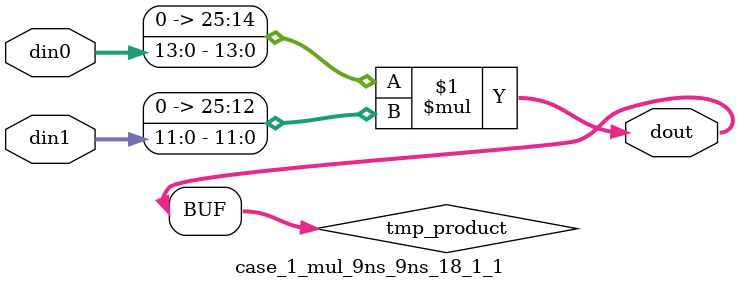
<source format=v>

`timescale 1 ns / 1 ps

 (* use_dsp = "no" *)  module case_1_mul_9ns_9ns_18_1_1(din0, din1, dout);
parameter ID = 1;
parameter NUM_STAGE = 0;
parameter din0_WIDTH = 14;
parameter din1_WIDTH = 12;
parameter dout_WIDTH = 26;

input [din0_WIDTH - 1 : 0] din0; 
input [din1_WIDTH - 1 : 0] din1; 
output [dout_WIDTH - 1 : 0] dout;

wire signed [dout_WIDTH - 1 : 0] tmp_product;
























assign tmp_product = $signed({1'b0, din0}) * $signed({1'b0, din1});











assign dout = tmp_product;





















endmodule

</source>
